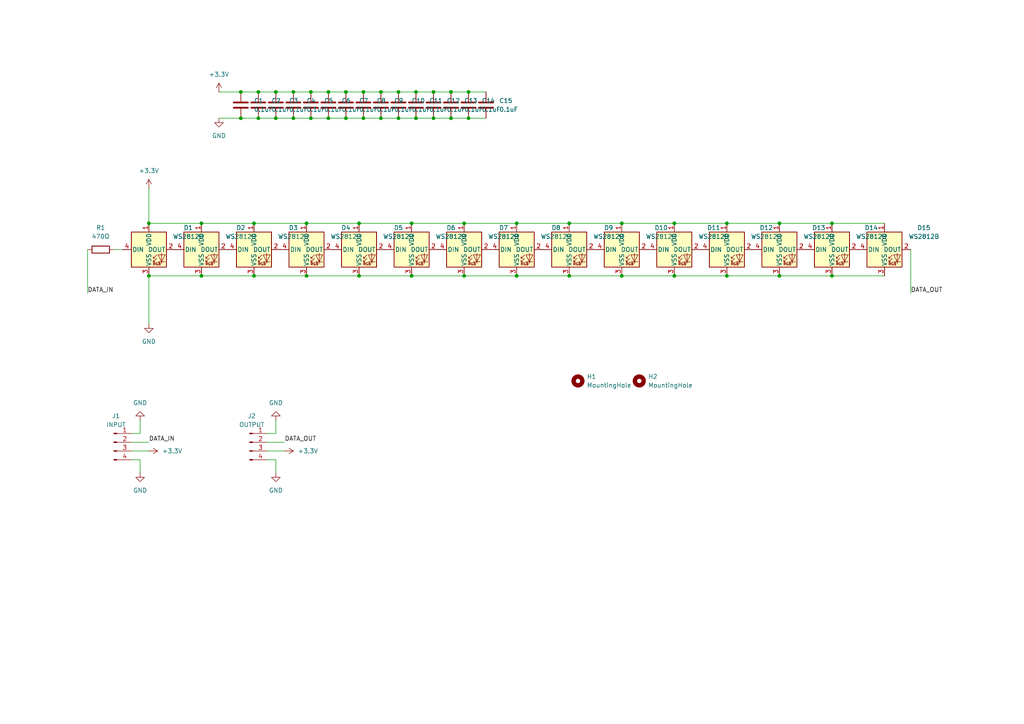
<source format=kicad_sch>
(kicad_sch (version 20231120) (generator "eeschema") (generator_version "8.0")
  (paper "A4")
  (lib_symbols
    (symbol "Connector:Conn_01x04_Pin" (pin_names (offset 1.016) hide)
      (property "Reference" "J" (at 0 5.08 0))
      (property "Value" "Conn_01x04_Pin" (at 0 -7.62 0))
      (symbol "Conn_01x04_Pin_1_1"
        (polyline (pts (xy 1.27 -5.08) (xy 0.8636 -5.08)) (stroke (width 0.1524)))
        (polyline (pts (xy 1.27 -2.54) (xy 0.8636 -2.54)) (stroke (width 0.1524)))
        (polyline (pts (xy 1.27 0) (xy 0.8636 0)) (stroke (width 0.1524)))
        (polyline (pts (xy 1.27 2.54) (xy 0.8636 2.54)) (stroke (width 0.1524)))
        (rectangle (start 0.8636 -4.953) (end 0 -5.207) (stroke (width 0.1524)) (fill (type outline)))
        (rectangle (start 0.8636 -2.413) (end 0 -2.667) (stroke (width 0.1524)) (fill (type outline)))
        (rectangle (start 0.8636 0.127) (end 0 -0.127) (stroke (width 0.1524)) (fill (type outline)))
        (rectangle (start 0.8636 2.667) (end 0 2.413) (stroke (width 0.1524)) (fill (type outline)))
        (pin passive line (at 5.08 2.54 180) (length 3.81) (name "Pin_1") (number "1"))
        (pin passive line (at 5.08 0 180) (length 3.81) (name "Pin_2") (number "2"))
        (pin passive line (at 5.08 -2.54 180) (length 3.81) (name "Pin_3") (number "3"))
        (pin passive line (at 5.08 -5.08 180) (length 3.81) (name "Pin_4") (number "4"))
      )
    )
    (symbol "Device:C" (pin_numbers hide) (pin_names (offset 0.254))
      (property "Reference" "C" (at 0.635 2.54 0))
      (property "Value" "C" (at 0.635 -2.54 0))
      (symbol "C_0_1"
        (polyline (pts (xy -2.032 -0.762) (xy 2.032 -0.762)) (stroke (width 0.508)))
        (polyline (pts (xy -2.032 0.762) (xy 2.032 0.762)) (stroke (width 0.508)))
      )
      (symbol "C_1_1"
        (pin passive line (at 0 3.81 270) (length 2.794) (name "~") (number "1"))
        (pin passive line (at 0 -3.81 90) (length 2.794) (name "~") (number "2"))
      )
    )
    (symbol "Device:R" (pin_numbers hide) (pin_names (offset 0))
      (property "Reference" "R" (at 2.032 0 90))
      (property "Value" "R" (at 0 0 90))
      (symbol "R_0_1"
        (rectangle (start -1.016 -2.54) (end 1.016 2.54) (stroke (width 0.254)))
      )
      (symbol "R_1_1"
        (pin passive line (at 0 3.81 270) (length 1.27) (name "~") (number "1"))
        (pin passive line (at 0 -3.81 90) (length 1.27) (name "~") (number "2"))
      )
    )
    (symbol "LED:WS2812B" (pin_names (offset 0.254))
      (property "Reference" "D" (at 5.08 5.715 0))
      (property "Value" "WS2812B" (at 1.27 -5.715 0))
      (symbol "WS2812B_0_0"
        (text "RGB" (at 2.286 -4.191 0) (effects (font (size 0.762 0.762))))
      )
      (symbol "WS2812B_0_1"
        (polyline (pts (xy 1.27 -3.556) (xy 1.778 -3.556)))
        (polyline (pts (xy 1.27 -2.54) (xy 1.778 -2.54)))
        (polyline (pts (xy 4.699 -3.556) (xy 2.667 -3.556)))
        (polyline (pts (xy 2.286 -2.54) (xy 1.27 -3.556) (xy 1.27 -3.048)))
        (polyline (pts (xy 2.286 -1.524) (xy 1.27 -2.54) (xy 1.27 -2.032)))
        (polyline (pts (xy 3.683 -1.016) (xy 3.683 -3.556) (xy 3.683 -4.064)))
        (polyline (pts (xy 4.699 -1.524) (xy 2.667 -1.524) (xy 3.683 -3.556) (xy 4.699 -1.524)))
        (rectangle (start 5.08 5.08) (end -5.08 -5.08) (stroke (width 0.254)) (fill (type background)))
      )
      (symbol "WS2812B_1_1"
        (pin power_in line (at 0 7.62 270) (length 2.54) (name "VDD") (number "1"))
        (pin output line (at 7.62 0 180) (length 2.54) (name "DOUT") (number "2"))
        (pin power_in line (at 0 -7.62 90) (length 2.54) (name "VSS") (number "3"))
        (pin input line (at -7.62 0 0) (length 2.54) (name "DIN") (number "4"))
      )
    )
    (symbol "Mechanical:MountingHole" (pin_names (offset 1.016)) (exclude_from_sim yes) (in_bom no)
      (property "Reference" "H" (at 0 5.08 0))
      (property "Value" "MountingHole" (at 0 3.175 0))
      (symbol "MountingHole_0_1"
        (circle (center 0 0) (radius 1.27) (stroke (width 1.27)))
      )
    )
    (symbol "power:+3.3V" (power) (pin_numbers hide) (pin_names (offset 0) hide)
      (property "Value" "+3.3V" (at 0 3.556 0))
      (symbol "+3.3V_0_1"
        (polyline (pts (xy -0.762 1.27) (xy 0 2.54)))
        (polyline (pts (xy 0 0) (xy 0 2.54)))
        (polyline (pts (xy 0 2.54) (xy 0.762 1.27)))
      )
      (symbol "+3.3V_1_1"
        (pin power_in line (at 0 0 90) (length 0) (name "~") (number "1"))
      )
    )
    (symbol "power:+5V" (power) (pin_numbers hide) (pin_names (offset 0) hide)
      (property "Value" "+5V" (at 0 3.556 0))
      (symbol "+5V_0_1"
        (polyline (pts (xy -0.762 1.27) (xy 0 2.54)))
        (polyline (pts (xy 0 0) (xy 0 2.54)))
        (polyline (pts (xy 0 2.54) (xy 0.762 1.27)))
      )
      (symbol "+5V_1_1"
        (pin power_in line (at 0 0 90) (length 0) (name "~") (number "1"))
      )
    )
    (symbol "power:GND" (power) (pin_numbers hide) (pin_names (offset 0) hide)
      (property "Value" "GND" (at 0 -3.81 0))
      (symbol "GND_0_1"
        (polyline (pts (xy 0 0) (xy 0 -1.27) (xy 1.27 -1.27) (xy 0 -2.54) (xy -1.27 -1.27) (xy 0 -1.27)))
      )
      (symbol "GND_1_1"
        (pin power_in line (at 0 0 270) (length 0) (name "~") (number "1"))
      )
    )
  )
  (junction (at 100.33 26.67))
  (junction (at 195.58 80.01))
  (junction (at 58.42 64.77))
  (junction (at 80.01 34.29))
  (junction (at 43.18 80.01))
  (junction (at 43.18 64.77))
  (junction (at 180.34 80.01))
  (junction (at 135.89 34.29))
  (junction (at 115.57 34.29))
  (junction (at 135.89 26.67))
  (junction (at 210.82 80.01))
  (junction (at 149.86 64.77))
  (junction (at 226.06 64.77))
  (junction (at 69.85 34.29))
  (junction (at 90.17 34.29))
  (junction (at 241.3 64.77))
  (junction (at 105.41 34.29))
  (junction (at 119.38 80.01))
  (junction (at 88.9 80.01))
  (junction (at 165.1 80.01))
  (junction (at 80.01 26.67))
  (junction (at 74.93 26.67))
  (junction (at 115.57 26.67))
  (junction (at 125.73 26.67))
  (junction (at 134.62 64.77))
  (junction (at 120.65 26.67))
  (junction (at 100.33 34.29))
  (junction (at 85.09 26.67))
  (junction (at 85.09 34.29))
  (junction (at 130.81 26.67))
  (junction (at 130.81 34.29))
  (junction (at 95.25 34.29))
  (junction (at 104.14 64.77))
  (junction (at 74.93 34.29))
  (junction (at 105.41 26.67))
  (junction (at 195.58 64.77))
  (junction (at 165.1 64.77))
  (junction (at 104.14 80.01))
  (junction (at 90.17 26.67))
  (junction (at 119.38 64.77))
  (junction (at 241.3 80.01))
  (junction (at 226.06 80.01))
  (junction (at 210.82 64.77))
  (junction (at 95.25 26.67))
  (junction (at 134.62 80.01))
  (junction (at 73.66 80.01))
  (junction (at 120.65 34.29))
  (junction (at 73.66 64.77))
  (junction (at 125.73 34.29))
  (junction (at 149.86 80.01))
  (junction (at 110.49 26.67))
  (junction (at 110.49 34.29))
  (junction (at 69.85 26.67))
  (junction (at 88.9 64.77))
  (junction (at 180.34 64.77))
  (junction (at 58.42 80.01))
  (wire (pts (xy 134.62 80.01) (xy 149.86 80.01)))
  (wire (pts (xy 63.5 26.67) (xy 69.85 26.67)))
  (wire (pts (xy 120.65 26.67) (xy 125.73 26.67)))
  (wire (pts (xy 135.89 34.29) (xy 140.97 34.29)))
  (wire (pts (xy 38.1 133.35) (xy 40.64 133.35)))
  (wire (pts (xy 74.93 34.29) (xy 80.01 34.29)))
  (wire (pts (xy 120.65 34.29) (xy 125.73 34.29)))
  (wire (pts (xy 43.18 80.01) (xy 58.42 80.01)))
  (wire (pts (xy 119.38 64.77) (xy 134.62 64.77)))
  (wire (pts (xy 100.33 34.29) (xy 105.41 34.29)))
  (wire (pts (xy 195.58 64.77) (xy 210.82 64.77)))
  (wire (pts (xy 110.49 34.29) (xy 115.57 34.29)))
  (wire (pts (xy 149.86 80.01) (xy 165.1 80.01)))
  (wire (pts (xy 38.1 130.81) (xy 43.18 130.81)))
  (wire (pts (xy 63.5 34.29) (xy 69.85 34.29)))
  (wire (pts (xy 73.66 64.77) (xy 88.9 64.77)))
  (wire (pts (xy 210.82 80.01) (xy 226.06 80.01)))
  (wire (pts (xy 149.86 64.77) (xy 165.1 64.77)))
  (wire (pts (xy 241.3 80.01) (xy 256.54 80.01)))
  (wire (pts (xy 130.81 26.67) (xy 135.89 26.67)))
  (wire (pts (xy 226.06 64.77) (xy 241.3 64.77)))
  (wire (pts (xy 43.18 80.01) (xy 43.18 93.98)))
  (wire (pts (xy 104.14 64.77) (xy 119.38 64.77)))
  (wire (pts (xy 241.3 64.77) (xy 256.54 64.77)))
  (wire (pts (xy 210.82 64.77) (xy 226.06 64.77)))
  (wire (pts (xy 43.18 54.61) (xy 43.18 64.77)))
  (wire (pts (xy 40.64 133.35) (xy 40.64 137.16)))
  (wire (pts (xy 95.25 34.29) (xy 100.33 34.29)))
  (wire (pts (xy 77.47 133.35) (xy 80.01 133.35)))
  (wire (pts (xy 165.1 80.01) (xy 180.34 80.01)))
  (wire (pts (xy 226.06 80.01) (xy 241.3 80.01)))
  (wire (pts (xy 74.93 26.67) (xy 80.01 26.67)))
  (wire (pts (xy 77.47 125.73) (xy 80.01 125.73)))
  (wire (pts (xy 90.17 34.29) (xy 95.25 34.29)))
  (wire (pts (xy 77.47 128.27) (xy 82.55 128.27)))
  (wire (pts (xy 38.1 128.27) (xy 43.18 128.27)))
  (wire (pts (xy 134.62 64.77) (xy 149.86 64.77)))
  (wire (pts (xy 77.47 130.81) (xy 82.55 130.81)))
  (wire (pts (xy 80.01 34.29) (xy 85.09 34.29)))
  (wire (pts (xy 88.9 80.01) (xy 104.14 80.01)))
  (wire (pts (xy 165.1 64.77) (xy 180.34 64.77)))
  (wire (pts (xy 38.1 125.73) (xy 40.64 125.73)))
  (wire (pts (xy 88.9 64.77) (xy 104.14 64.77)))
  (wire (pts (xy 80.01 133.35) (xy 80.01 137.16)))
  (wire (pts (xy 95.25 26.67) (xy 100.33 26.67)))
  (wire (pts (xy 80.01 26.67) (xy 85.09 26.67)))
  (wire (pts (xy 69.85 26.67) (xy 74.93 26.67)))
  (wire (pts (xy 80.01 121.92) (xy 80.01 125.73)))
  (wire (pts (xy 125.73 26.67) (xy 130.81 26.67)))
  (wire (pts (xy 119.38 80.01) (xy 134.62 80.01)))
  (wire (pts (xy 73.66 80.01) (xy 88.9 80.01)))
  (wire (pts (xy 85.09 34.29) (xy 90.17 34.29)))
  (wire (pts (xy 33.02 72.39) (xy 35.56 72.39)))
  (wire (pts (xy 135.89 26.67) (xy 140.97 26.67)))
  (wire (pts (xy 43.18 64.77) (xy 58.42 64.77)))
  (wire (pts (xy 180.34 80.01) (xy 195.58 80.01)))
  (wire (pts (xy 264.16 72.39) (xy 264.16 85.09)))
  (wire (pts (xy 125.73 34.29) (xy 130.81 34.29)))
  (wire (pts (xy 25.4 72.39) (xy 25.4 85.09)))
  (wire (pts (xy 100.33 26.67) (xy 105.41 26.67)))
  (wire (pts (xy 104.14 80.01) (xy 119.38 80.01)))
  (wire (pts (xy 69.85 34.29) (xy 74.93 34.29)))
  (wire (pts (xy 58.42 64.77) (xy 73.66 64.77)))
  (wire (pts (xy 85.09 26.67) (xy 90.17 26.67)))
  (wire (pts (xy 130.81 34.29) (xy 135.89 34.29)))
  (wire (pts (xy 195.58 80.01) (xy 210.82 80.01)))
  (wire (pts (xy 105.41 34.29) (xy 110.49 34.29)))
  (wire (pts (xy 180.34 64.77) (xy 195.58 64.77)))
  (wire (pts (xy 90.17 26.67) (xy 95.25 26.67)))
  (wire (pts (xy 58.42 80.01) (xy 73.66 80.01)))
  (wire (pts (xy 105.41 26.67) (xy 110.49 26.67)))
  (wire (pts (xy 115.57 26.67) (xy 120.65 26.67)))
  (wire (pts (xy 40.64 121.92) (xy 40.64 125.73)))
  (wire (pts (xy 115.57 34.29) (xy 120.65 34.29)))
  (wire (pts (xy 110.49 26.67) (xy 115.57 26.67)))
  (label "DATA_IN" (at 43.18 128.27 0))
  (label "DATA_OUT" (at 82.55 128.27 0))
  (label "DATA_IN" (at 25.4 85.09 0))
  (label "DATA_OUT" (at 264.16 85.09 0))
  (symbol (lib_id "LED:WS2812B") (at 195.58 72.39 0) (unit 1)
    (property "Reference" "D11" (at 207.01 66.0714 0))
    (property "Value" "WS2812B" (at 207.01 68.6114 0))
    (property "Footprint" "LED_SMD:LED_WS2812B_PLCC4_5.0x5.0mm_P3.2mm" (effects (hide yes)))
    (property "Datasheet" "https://cdn-shop.adafruit.com/datasheets/WS2812B.pdf" (effects (hide yes)))
    (property "Description" "RGB LED with integrated controller" (effects (hide yes)))
  )
  (symbol (lib_id "Device:C") (at 90.17 30.48 0) (unit 1)
    (property "Reference" "C5" (at 93.98 29.2099 0) (effects (justify left)))
    (property "Value" "0.1uF" (at 93.98 31.7499 0) (effects (justify left)))
    (property "Footprint" "Capacitor_SMD:C_0805_2012Metric" (effects (hide yes)))
    (property "Description" "Unpolarized capacitor" (effects (hide yes)))
  )
  (symbol (lib_id "LED:WS2812B") (at 241.3 72.39 0) (unit 1)
    (property "Reference" "D14" (at 252.73 66.0714 0))
    (property "Value" "WS2812B" (at 252.73 68.6114 0))
    (property "Footprint" "LED_SMD:LED_WS2812B_PLCC4_5.0x5.0mm_P3.2mm" (effects (hide yes)))
    (property "Datasheet" "https://cdn-shop.adafruit.com/datasheets/WS2812B.pdf" (effects (hide yes)))
    (property "Description" "RGB LED with integrated controller" (effects (hide yes)))
  )
  (symbol (lib_id "LED:WS2812B") (at 149.86 72.39 0) (unit 1)
    (property "Reference" "D8" (at 161.29 66.0714 0))
    (property "Value" "WS2812B" (at 161.29 68.6114 0))
    (property "Footprint" "LED_SMD:LED_WS2812B_PLCC4_5.0x5.0mm_P3.2mm" (effects (hide yes)))
    (property "Datasheet" "https://cdn-shop.adafruit.com/datasheets/WS2812B.pdf" (effects (hide yes)))
    (property "Description" "RGB LED with integrated controller" (effects (hide yes)))
  )
  (symbol (lib_id "power:+5V") (at 82.55 130.81 270) (unit 1)
    (property "Reference" "#PWR010" (effects (hide yes)))
    (property "Value" "+3.3V" (at 86.36 130.8099 90) (effects (justify left)))
    (property "Description" "Power symbol creates a global label with name \"+5V\"" (effects (hide yes)))
  )
  (symbol (lib_id "power:+3.3V") (at 43.18 54.61 0) (unit 1)
    (property "Reference" "#PWR01" (effects (hide yes)))
    (property "Value" "+3.3V" (at 43.18 49.53 0))
    (property "Description" "Power symbol creates a global label with name \"+3.3V\"" (effects (hide yes)))
  )
  (symbol (lib_id "Device:C") (at 80.01 30.48 0) (unit 1)
    (property "Reference" "C3" (at 83.82 29.2099 0) (effects (justify left)))
    (property "Value" "0.1uF" (at 83.82 31.7499 0) (effects (justify left)))
    (property "Footprint" "Capacitor_SMD:C_0805_2012Metric" (effects (hide yes)))
    (property "Description" "Unpolarized capacitor" (effects (hide yes)))
  )
  (symbol (lib_id "Device:C") (at 115.57 30.48 0) (unit 1)
    (property "Reference" "C10" (at 119.38 29.2099 0) (effects (justify left)))
    (property "Value" "0.1uF" (at 119.38 31.7499 0) (effects (justify left)))
    (property "Footprint" "Capacitor_SMD:C_0805_2012Metric" (effects (hide yes)))
    (property "Description" "Unpolarized capacitor" (effects (hide yes)))
  )
  (symbol (lib_id "LED:WS2812B") (at 119.38 72.39 0) (unit 1)
    (property "Reference" "D6" (at 130.81 66.0714 0))
    (property "Value" "WS2812B" (at 130.81 68.6114 0))
    (property "Footprint" "LED_SMD:LED_WS2812B_PLCC4_5.0x5.0mm_P3.2mm" (effects (hide yes)))
    (property "Datasheet" "https://cdn-shop.adafruit.com/datasheets/WS2812B.pdf" (effects (hide yes)))
    (property "Description" "RGB LED with integrated controller" (effects (hide yes)))
  )
  (symbol (lib_id "power:GND") (at 40.64 121.92 180) (unit 1)
    (property "Reference" "#PWR06" (effects (hide yes)))
    (property "Value" "GND" (at 40.64 116.84 0))
    (property "Description" "Power symbol creates a global label with name \"GND\" , ground" (effects (hide yes)))
  )
  (symbol (lib_id "Device:C") (at 135.89 30.48 0) (unit 1)
    (property "Reference" "C14" (at 139.7 29.2099 0) (effects (justify left)))
    (property "Value" "0.1uF" (at 139.7 31.7499 0) (effects (justify left)))
    (property "Footprint" "Capacitor_SMD:C_0805_2012Metric" (effects (hide yes)))
    (property "Description" "Unpolarized capacitor" (effects (hide yes)))
  )
  (symbol (lib_id "Device:C") (at 95.25 30.48 0) (unit 1)
    (property "Reference" "C6" (at 99.06 29.2099 0) (effects (justify left)))
    (property "Value" "0.1uF" (at 99.06 31.7499 0) (effects (justify left)))
    (property "Footprint" "Capacitor_SMD:C_0805_2012Metric" (effects (hide yes)))
    (property "Description" "Unpolarized capacitor" (effects (hide yes)))
  )
  (symbol (lib_id "Connector:Conn_01x04_Pin") (at 33.02 128.27 0) (unit 1)
    (property "Reference" "J1" (at 33.655 120.65 0))
    (property "Value" "INPUT" (at 33.655 123.19 0))
    (property "Footprint" "Connector_PinHeader_2.54mm:PinHeader_1x04_P2.54mm_Vertical" (effects (hide yes)))
    (property "Description" "Generic connector, single row, 01x04, script generated" (effects (hide yes)))
  )
  (symbol (lib_id "LED:WS2812B") (at 226.06 72.39 0) (unit 1)
    (property "Reference" "D13" (at 237.49 66.0714 0))
    (property "Value" "WS2812B" (at 237.49 68.6114 0))
    (property "Footprint" "LED_SMD:LED_WS2812B_PLCC4_5.0x5.0mm_P3.2mm" (effects (hide yes)))
    (property "Datasheet" "https://cdn-shop.adafruit.com/datasheets/WS2812B.pdf" (effects (hide yes)))
    (property "Description" "RGB LED with integrated controller" (effects (hide yes)))
  )
  (symbol (lib_id "Device:C") (at 110.49 30.48 0) (unit 1)
    (property "Reference" "C9" (at 114.3 29.2099 0) (effects (justify left)))
    (property "Value" "0.1uF" (at 114.3 31.7499 0) (effects (justify left)))
    (property "Footprint" "Capacitor_SMD:C_0805_2012Metric" (effects (hide yes)))
    (property "Description" "Unpolarized capacitor" (effects (hide yes)))
  )
  (symbol (lib_id "Device:C") (at 69.85 30.48 0) (unit 1)
    (property "Reference" "C1" (at 73.66 29.2099 0) (effects (justify left)))
    (property "Value" "0.1uF" (at 73.66 31.7499 0) (effects (justify left)))
    (property "Footprint" "Capacitor_SMD:C_0805_2012Metric" (effects (hide yes)))
    (property "Description" "Unpolarized capacitor" (effects (hide yes)))
  )
  (symbol (lib_id "LED:WS2812B") (at 210.82 72.39 0) (unit 1)
    (property "Reference" "D12" (at 222.25 66.0714 0))
    (property "Value" "WS2812B" (at 222.25 68.6114 0))
    (property "Footprint" "LED_SMD:LED_WS2812B_PLCC4_5.0x5.0mm_P3.2mm" (effects (hide yes)))
    (property "Datasheet" "https://cdn-shop.adafruit.com/datasheets/WS2812B.pdf" (effects (hide yes)))
    (property "Description" "RGB LED with integrated controller" (effects (hide yes)))
  )
  (symbol (lib_id "LED:WS2812B") (at 180.34 72.39 0) (unit 1)
    (property "Reference" "D10" (at 191.77 66.0714 0))
    (property "Value" "WS2812B" (at 191.77 68.6114 0))
    (property "Footprint" "LED_SMD:LED_WS2812B_PLCC4_5.0x5.0mm_P3.2mm" (effects (hide yes)))
    (property "Datasheet" "https://cdn-shop.adafruit.com/datasheets/WS2812B.pdf" (effects (hide yes)))
    (property "Description" "RGB LED with integrated controller" (effects (hide yes)))
  )
  (symbol (lib_id "power:+5V") (at 43.18 130.81 270) (unit 1)
    (property "Reference" "#PWR07" (effects (hide yes)))
    (property "Value" "+3.3V" (at 46.99 130.8099 90) (effects (justify left)))
    (property "Description" "Power symbol creates a global label with name \"+5V\"" (effects (hide yes)))
  )
  (symbol (lib_id "Device:C") (at 85.09 30.48 0) (unit 1)
    (property "Reference" "C4" (at 88.9 29.2099 0) (effects (justify left)))
    (property "Value" "0.1uF" (at 88.9 31.7499 0) (effects (justify left)))
    (property "Footprint" "Capacitor_SMD:C_0805_2012Metric" (effects (hide yes)))
    (property "Description" "Unpolarized capacitor" (effects (hide yes)))
  )
  (symbol (lib_id "power:GND") (at 40.64 137.16 0) (unit 1)
    (property "Reference" "#PWR05" (effects (hide yes)))
    (property "Value" "GND" (at 40.64 142.24 0))
    (property "Description" "Power symbol creates a global label with name \"GND\" , ground" (effects (hide yes)))
  )
  (symbol (lib_id "Mechanical:MountingHole") (at 167.64 110.49 0) (unit 1) (exclude_from_sim yes) (in_bom no)
    (property "Reference" "H1" (at 170.18 109.2199 0) (effects (justify left)))
    (property "Value" "MountingHole" (at 170.18 111.7599 0) (effects (justify left)))
    (property "Footprint" "MountingHole:MountingHole_3.2mm_M3_DIN965" (effects (hide yes)))
    (property "Description" "Mounting Hole without connection" (effects (hide yes)))
  )
  (symbol (lib_id "Connector:Conn_01x04_Pin") (at 72.39 128.27 0) (unit 1)
    (property "Reference" "J2" (at 73.025 120.65 0))
    (property "Value" "OUTPUT" (at 73.025 123.19 0))
    (property "Footprint" "Connector_PinHeader_2.54mm:PinHeader_1x04_P2.54mm_Vertical" (effects (hide yes)))
    (property "Description" "Generic connector, single row, 01x04, script generated" (effects (hide yes)))
  )
  (symbol (lib_id "Device:C") (at 100.33 30.48 0) (unit 1)
    (property "Reference" "C7" (at 104.14 29.2099 0) (effects (justify left)))
    (property "Value" "0.1uF" (at 104.14 31.7499 0) (effects (justify left)))
    (property "Footprint" "Capacitor_SMD:C_0805_2012Metric" (effects (hide yes)))
    (property "Description" "Unpolarized capacitor" (effects (hide yes)))
  )
  (symbol (lib_id "LED:WS2812B") (at 134.62 72.39 0) (unit 1)
    (property "Reference" "D7" (at 146.05 66.0714 0))
    (property "Value" "WS2812B" (at 146.05 68.6114 0))
    (property "Footprint" "LED_SMD:LED_WS2812B_PLCC4_5.0x5.0mm_P3.2mm" (effects (hide yes)))
    (property "Datasheet" "https://cdn-shop.adafruit.com/datasheets/WS2812B.pdf" (effects (hide yes)))
    (property "Description" "RGB LED with integrated controller" (effects (hide yes)))
  )
  (symbol (lib_id "Device:R") (at 29.21 72.39 90) (unit 1)
    (property "Reference" "R1" (at 29.21 66.04 90))
    (property "Value" "470Ω" (at 29.21 68.58 90))
    (property "Footprint" "Resistor_SMD:R_0805_2012Metric_Pad1.20x1.40mm_HandSolder" (effects (hide yes)))
    (property "Description" "Resistor" (effects (hide yes)))
  )
  (symbol (lib_id "LED:WS2812B") (at 73.66 72.39 0) (unit 1)
    (property "Reference" "D3" (at 85.09 66.0714 0))
    (property "Value" "WS2812B" (at 85.09 68.6114 0))
    (property "Footprint" "LED_SMD:LED_WS2812B_PLCC4_5.0x5.0mm_P3.2mm" (effects (hide yes)))
    (property "Datasheet" "https://cdn-shop.adafruit.com/datasheets/WS2812B.pdf" (effects (hide yes)))
    (property "Description" "RGB LED with integrated controller" (effects (hide yes)))
  )
  (symbol (lib_id "Device:C") (at 140.97 30.48 0) (unit 1)
    (property "Reference" "C15" (at 144.78 29.2099 0) (effects (justify left)))
    (property "Value" "0.1uF" (at 144.78 31.7499 0) (effects (justify left)))
    (property "Footprint" "Capacitor_SMD:C_0805_2012Metric" (effects (hide yes)))
    (property "Description" "Unpolarized capacitor" (effects (hide yes)))
  )
  (symbol (lib_id "Mechanical:MountingHole") (at 185.42 110.49 0) (unit 1) (exclude_from_sim yes) (in_bom no)
    (property "Reference" "H2" (at 187.96 109.2199 0) (effects (justify left)))
    (property "Value" "MountingHole" (at 187.96 111.7599 0) (effects (justify left)))
    (property "Footprint" "MountingHole:MountingHole_3.2mm_M3_DIN965" (effects (hide yes)))
    (property "Description" "Mounting Hole without connection" (effects (hide yes)))
  )
  (symbol (lib_id "power:GND") (at 80.01 137.16 0) (unit 1)
    (property "Reference" "#PWR09" (effects (hide yes)))
    (property "Value" "GND" (at 80.01 142.24 0))
    (property "Description" "Power symbol creates a global label with name \"GND\" , ground" (effects (hide yes)))
  )
  (symbol (lib_id "LED:WS2812B") (at 88.9 72.39 0) (unit 1)
    (property "Reference" "D4" (at 100.33 66.0714 0))
    (property "Value" "WS2812B" (at 100.33 68.6114 0))
    (property "Footprint" "LED_SMD:LED_WS2812B_PLCC4_5.0x5.0mm_P3.2mm" (effects (hide yes)))
    (property "Datasheet" "https://cdn-shop.adafruit.com/datasheets/WS2812B.pdf" (effects (hide yes)))
    (property "Description" "RGB LED with integrated controller" (effects (hide yes)))
  )
  (symbol (lib_id "power:GND") (at 43.18 93.98 0) (unit 1)
    (property "Reference" "#PWR02" (effects (hide yes)))
    (property "Value" "GND" (at 43.18 99.06 0))
    (property "Description" "Power symbol creates a global label with name \"GND\" , ground" (effects (hide yes)))
  )
  (symbol (lib_id "power:GND") (at 80.01 121.92 180) (unit 1)
    (property "Reference" "#PWR08" (effects (hide yes)))
    (property "Value" "GND" (at 80.01 116.84 0))
    (property "Description" "Power symbol creates a global label with name \"GND\" , ground" (effects (hide yes)))
  )
  (symbol (lib_id "power:+3.3V") (at 63.5 26.67 0) (unit 1)
    (property "Reference" "#PWR03" (effects (hide yes)))
    (property "Value" "+3.3V" (at 63.5 21.59 0))
    (property "Description" "Power symbol creates a global label with name \"+3.3V\"" (effects (hide yes)))
  )
  (symbol (lib_id "Device:C") (at 125.73 30.48 0) (unit 1)
    (property "Reference" "C12" (at 129.54 29.2099 0) (effects (justify left)))
    (property "Value" "0.1uF" (at 129.54 31.7499 0) (effects (justify left)))
    (property "Footprint" "Capacitor_SMD:C_0805_2012Metric" (effects (hide yes)))
    (property "Description" "Unpolarized capacitor" (effects (hide yes)))
  )
  (symbol (lib_id "power:GND") (at 63.5 34.29 0) (unit 1)
    (property "Reference" "#PWR04" (effects (hide yes)))
    (property "Value" "GND" (at 63.5 39.37 0))
    (property "Description" "Power symbol creates a global label with name \"GND\" , ground" (effects (hide yes)))
  )
  (symbol (lib_id "Device:C") (at 120.65 30.48 0) (unit 1)
    (property "Reference" "C11" (at 124.46 29.2099 0) (effects (justify left)))
    (property "Value" "0.1uF" (at 124.46 31.7499 0) (effects (justify left)))
    (property "Footprint" "Capacitor_SMD:C_0805_2012Metric" (effects (hide yes)))
    (property "Description" "Unpolarized capacitor" (effects (hide yes)))
  )
  (symbol (lib_id "LED:WS2812B") (at 165.1 72.39 0) (unit 1)
    (property "Reference" "D9" (at 176.53 66.0714 0))
    (property "Value" "WS2812B" (at 176.53 68.6114 0))
    (property "Footprint" "LED_SMD:LED_WS2812B_PLCC4_5.0x5.0mm_P3.2mm" (effects (hide yes)))
    (property "Datasheet" "https://cdn-shop.adafruit.com/datasheets/WS2812B.pdf" (effects (hide yes)))
    (property "Description" "RGB LED with integrated controller" (effects (hide yes)))
  )
  (symbol (lib_id "LED:WS2812B") (at 58.42 72.39 0) (unit 1)
    (property "Reference" "D2" (at 69.85 66.0714 0))
    (property "Value" "WS2812B" (at 69.85 68.6114 0))
    (property "Footprint" "LED_SMD:LED_WS2812B_PLCC4_5.0x5.0mm_P3.2mm" (effects (hide yes)))
    (property "Datasheet" "https://cdn-shop.adafruit.com/datasheets/WS2812B.pdf" (effects (hide yes)))
    (property "Description" "RGB LED with integrated controller" (effects (hide yes)))
  )
  (symbol (lib_id "Device:C") (at 105.41 30.48 0) (unit 1)
    (property "Reference" "C8" (at 109.22 29.2099 0) (effects (justify left)))
    (property "Value" "0.1uF" (at 109.22 31.7499 0) (effects (justify left)))
    (property "Footprint" "Capacitor_SMD:C_0805_2012Metric" (effects (hide yes)))
    (property "Description" "Unpolarized capacitor" (effects (hide yes)))
  )
  (symbol (lib_id "Device:C") (at 130.81 30.48 0) (unit 1)
    (property "Reference" "C13" (at 134.62 29.2099 0) (effects (justify left)))
    (property "Value" "0.1uF" (at 134.62 31.7499 0) (effects (justify left)))
    (property "Footprint" "Capacitor_SMD:C_0805_2012Metric" (effects (hide yes)))
    (property "Description" "Unpolarized capacitor" (effects (hide yes)))
  )
  (symbol (lib_id "Device:C") (at 74.93 30.48 0) (unit 1)
    (property "Reference" "C2" (at 78.74 29.2099 0) (effects (justify left)))
    (property "Value" "0.1uF" (at 78.74 31.7499 0) (effects (justify left)))
    (property "Footprint" "Capacitor_SMD:C_0805_2012Metric" (effects (hide yes)))
    (property "Description" "Unpolarized capacitor" (effects (hide yes)))
  )
  (symbol (lib_id "LED:WS2812B") (at 104.14 72.39 0) (unit 1)
    (property "Reference" "D5" (at 115.57 66.0714 0))
    (property "Value" "WS2812B" (at 115.57 68.6114 0))
    (property "Footprint" "LED_SMD:LED_WS2812B_PLCC4_5.0x5.0mm_P3.2mm" (effects (hide yes)))
    (property "Datasheet" "https://cdn-shop.adafruit.com/datasheets/WS2812B.pdf" (effects (hide yes)))
    (property "Description" "RGB LED with integrated controller" (effects (hide yes)))
  )
  (symbol (lib_id "LED:WS2812B") (at 256.54 72.39 0) (unit 1)
    (property "Reference" "D15" (at 267.97 66.0714 0))
    (property "Value" "WS2812B" (at 267.97 68.6114 0))
    (property "Footprint" "LED_SMD:LED_WS2812B_PLCC4_5.0x5.0mm_P3.2mm" (effects (hide yes)))
    (property "Datasheet" "https://cdn-shop.adafruit.com/datasheets/WS2812B.pdf" (effects (hide yes)))
    (property "Description" "RGB LED with integrated controller" (effects (hide yes)))
  )
  (symbol (lib_id "LED:WS2812B") (at 43.18 72.39 0) (unit 1)
    (property "Reference" "D1" (at 54.61 66.0714 0))
    (property "Value" "WS2812B" (at 54.61 68.6114 0))
    (property "Footprint" "LED_SMD:LED_WS2812B_PLCC4_5.0x5.0mm_P3.2mm" (effects (hide yes)))
    (property "Datasheet" "https://cdn-shop.adafruit.com/datasheets/WS2812B.pdf" (effects (hide yes)))
    (property "Description" "RGB LED with integrated controller" (effects (hide yes)))
  )
)
</source>
